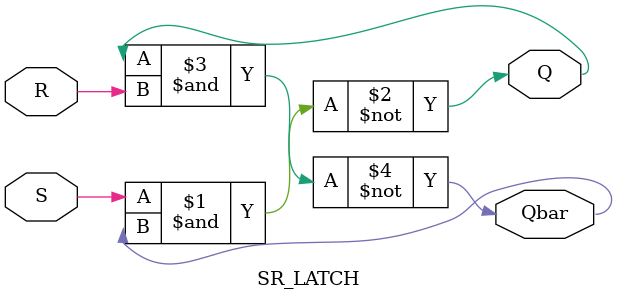
<source format=v>
`timescale 1ns / 1ps
module SR_LATCH(
	input wire S, R,
	output wire Q, Qbar
    );
	 
	 assign Q = S ~& Qbar;
	 assign Qbar = Q ~& R;

endmodule

</source>
